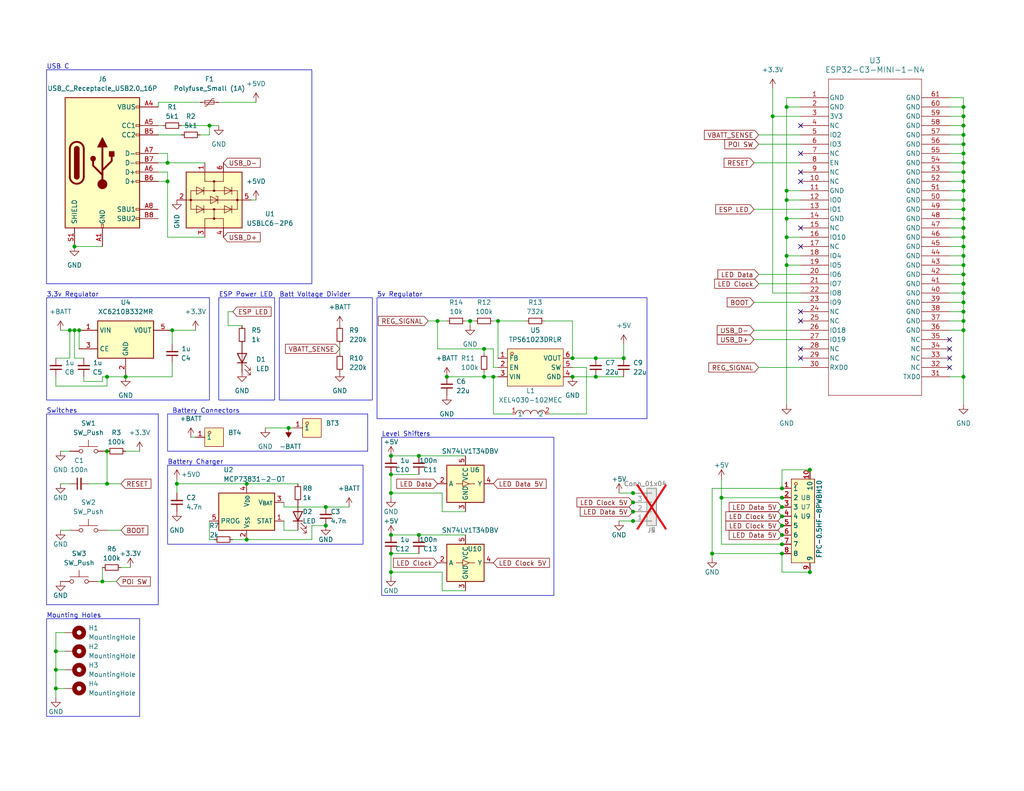
<source format=kicad_sch>
(kicad_sch (version 20230121) (generator eeschema)
  (paper "USLetter")
  (title_block (title "Open Pixel Poi") (company "NuRxG Industries"))
  (junction (at 262.89 49.53))
  (junction (at 214.63 29.21))
  (junction (at 262.89 67.31))
  (junction (at 262.89 72.39))
  (junction (at 262.89 36.83))
  (junction (at 170.18 97.79))
  (junction (at 21.59 90.17))
  (junction (at 213.36 138.43))
  (junction (at 214.63 59.69))
  (junction (at 262.89 34.29))
  (junction (at 156.21 97.79))
  (junction (at 262.89 102.87))
  (junction (at 114.3 146.05))
  (junction (at 262.89 64.77))
  (junction (at 132.08 95.25))
  (junction (at 45.72 49.53))
  (junction (at 29.21 132.08))
  (junction (at 213.36 151.13))
  (junction (at 213.36 140.97))
  (junction (at 46.99 90.17))
  (junction (at 214.63 52.07))
  (junction (at 262.89 62.23))
  (junction (at 262.89 80.01))
  (junction (at 27.94 158.75))
  (junction (at 106.68 129.54))
  (junction (at 156.21 102.87))
  (junction (at 57.15 34.29))
  (junction (at 78.74 116.84))
  (junction (at 20.32 67.31))
  (junction (at 19.05 90.17))
  (junction (at 134.62 102.87))
  (junction (at 262.89 46.99))
  (junction (at 29.21 123.19))
  (junction (at 132.08 102.87))
  (junction (at 262.89 74.93))
  (junction (at 262.89 44.45))
  (junction (at 172.72 134.62))
  (junction (at 262.89 87.63))
  (junction (at 262.89 77.47))
  (junction (at 106.68 156.21))
  (junction (at 220.98 128.27))
  (junction (at 210.82 31.75))
  (junction (at 119.38 87.63))
  (junction (at 128.27 87.63))
  (junction (at 67.31 147.32))
  (junction (at 20.32 90.17))
  (junction (at 214.63 72.39))
  (junction (at 114.3 124.46))
  (junction (at 213.36 133.35))
  (junction (at 106.68 146.05))
  (junction (at 262.89 41.91))
  (junction (at 214.63 69.85))
  (junction (at 194.31 151.13))
  (junction (at 67.31 132.08))
  (junction (at 262.89 39.37))
  (junction (at 262.89 57.15))
  (junction (at 121.92 102.87))
  (junction (at 106.68 124.46))
  (junction (at 172.72 139.7))
  (junction (at 29.21 102.87))
  (junction (at 213.36 148.59))
  (junction (at 48.26 132.08))
  (junction (at 262.89 52.07))
  (junction (at 213.36 146.05))
  (junction (at 262.89 29.21))
  (junction (at 262.89 54.61))
  (junction (at 172.72 137.16))
  (junction (at 106.68 151.13))
  (junction (at 106.68 134.62))
  (junction (at 196.85 135.89))
  (junction (at 162.56 97.79))
  (junction (at 15.24 187.96))
  (junction (at 214.63 64.77))
  (junction (at 15.24 177.8))
  (junction (at 45.72 44.45))
  (junction (at 262.89 82.55))
  (junction (at 213.36 143.51))
  (junction (at 135.89 87.63))
  (junction (at 162.56 102.87))
  (junction (at 88.9 143.51))
  (junction (at 88.9 138.43))
  (junction (at 262.89 90.17))
  (junction (at 34.29 102.87))
  (junction (at 262.89 31.75))
  (junction (at 262.89 85.09))
  (junction (at 172.72 142.24))
  (junction (at 262.89 69.85))
  (junction (at 213.36 135.89))
  (junction (at 220.98 156.21))
  (junction (at 214.63 54.61))
  (junction (at 15.24 182.88))
  (junction (at 262.89 59.69))
  (no_connect (at 259.08 97.79))
  (no_connect (at 218.44 87.63))
  (no_connect (at 218.44 67.31))
  (no_connect (at 218.44 95.25))
  (no_connect (at 218.44 62.23))
  (no_connect (at 218.44 34.29))
  (no_connect (at 218.44 85.09))
  (no_connect (at 218.44 41.91))
  (no_connect (at 259.08 95.25))
  (no_connect (at 259.08 92.71))
  (no_connect (at 259.08 100.33))
  (no_connect (at 218.44 49.53))
  (no_connect (at 218.44 46.99))
  (no_connect (at 218.44 97.79))
  (wire (pts (xy 262.89 34.29) (xy 262.89 31.75)))
  (wire (pts (xy 17.78 182.88) (xy 15.24 182.88)))
  (wire (pts (xy 15.24 187.96) (xy 17.78 187.96)))
  (wire (pts (xy 58.42 147.32) (xy 57.15 147.32)))
  (wire (pts (xy 15.24 177.8) (xy 15.24 182.88)))
  (wire (pts (xy 132.08 102.87) (xy 134.62 102.87)))
  (wire (pts (xy 16.51 123.19) (xy 19.05 123.19)))
  (wire (pts (xy 259.08 82.55) (xy 262.89 82.55)))
  (wire (pts (xy 259.08 62.23) (xy 262.89 62.23)))
  (wire (pts (xy 262.89 29.21) (xy 262.89 26.67)))
  (wire (pts (xy 205.74 44.45) (xy 218.44 44.45)))
  (wire (pts (xy 220.98 156.21) (xy 213.36 156.21)))
  (wire (pts (xy 162.56 102.87) (xy 170.18 102.87)))
  (wire (pts (xy 27.94 67.31) (xy 20.32 67.31)))
  (wire (pts (xy 134.62 87.63) (xy 135.89 87.63)))
  (wire (pts (xy 259.08 57.15) (xy 262.89 57.15)))
  (wire (pts (xy 168.91 134.62) (xy 172.72 134.62)))
  (wire (pts (xy 259.08 87.63) (xy 262.89 87.63)))
  (wire (pts (xy 218.44 52.07) (xy 214.63 52.07)))
  (wire (pts (xy 259.08 46.99) (xy 262.89 46.99)))
  (wire (pts (xy 262.89 54.61) (xy 262.89 52.07)))
  (wire (pts (xy 134.62 102.87) (xy 134.62 113.03)))
  (wire (pts (xy 43.18 41.91) (xy 45.72 41.91)))
  (wire (pts (xy 262.89 44.45) (xy 262.89 41.91)))
  (wire (pts (xy 259.08 72.39) (xy 262.89 72.39)))
  (wire (pts (xy 59.69 34.29) (xy 57.15 34.29)))
  (wire (pts (xy 121.92 102.87) (xy 132.08 102.87)))
  (wire (pts (xy 207.01 77.47) (xy 218.44 77.47)))
  (wire (pts (xy 128.27 87.63) (xy 128.27 88.9)))
  (wire (pts (xy 259.08 41.91) (xy 262.89 41.91)))
  (wire (pts (xy 259.08 52.07) (xy 262.89 52.07)))
  (wire (pts (xy 214.63 29.21) (xy 218.44 29.21)))
  (wire (pts (xy 45.72 44.45) (xy 45.72 41.91)))
  (wire (pts (xy 119.38 87.63) (xy 119.38 95.25)))
  (wire (pts (xy 88.9 138.43) (xy 95.25 138.43)))
  (wire (pts (xy 207.01 100.33) (xy 218.44 100.33)))
  (wire (pts (xy 262.89 62.23) (xy 262.89 59.69)))
  (wire (pts (xy 16.51 90.17) (xy 19.05 90.17)))
  (wire (pts (xy 72.39 116.84) (xy 78.74 116.84)))
  (wire (pts (xy 259.08 49.53) (xy 262.89 49.53)))
  (wire (pts (xy 148.59 87.63) (xy 156.21 87.63)))
  (wire (pts (xy 48.26 134.62) (xy 48.26 132.08)))
  (wire (pts (xy 214.63 69.85) (xy 214.63 64.77)))
  (wire (pts (xy 69.85 27.94) (xy 59.69 27.94)))
  (wire (pts (xy 132.08 102.87) (xy 132.08 101.6)))
  (wire (pts (xy 259.08 77.47) (xy 262.89 77.47)))
  (wire (pts (xy 262.89 74.93) (xy 262.89 72.39)))
  (wire (pts (xy 259.08 59.69) (xy 262.89 59.69)))
  (wire (pts (xy 214.63 54.61) (xy 214.63 52.07)))
  (wire (pts (xy 16.51 144.78) (xy 19.05 144.78)))
  (wire (pts (xy 77.47 138.43) (xy 88.9 138.43)))
  (wire (pts (xy 15.24 172.72) (xy 15.24 177.8)))
  (wire (pts (xy 205.74 57.15) (xy 218.44 57.15)))
  (wire (pts (xy 46.99 93.98) (xy 46.99 90.17)))
  (wire (pts (xy 77.47 138.43) (xy 77.47 137.16)))
  (wire (pts (xy 106.68 129.54) (xy 106.68 134.62)))
  (wire (pts (xy 149.86 113.03) (xy 160.02 113.03)))
  (wire (pts (xy 132.08 95.25) (xy 132.08 96.52)))
  (wire (pts (xy 57.15 36.83) (xy 54.61 36.83)))
  (wire (pts (xy 106.68 129.54) (xy 114.3 129.54)))
  (wire (pts (xy 259.08 90.17) (xy 262.89 90.17)))
  (wire (pts (xy 15.24 105.41) (xy 29.21 105.41)))
  (wire (pts (xy 259.08 31.75) (xy 262.89 31.75)))
  (wire (pts (xy 262.89 52.07) (xy 262.89 49.53)))
  (wire (pts (xy 24.13 132.08) (xy 29.21 132.08)))
  (wire (pts (xy 29.21 132.08) (xy 33.02 132.08)))
  (wire (pts (xy 196.85 135.89) (xy 213.36 135.89)))
  (wire (pts (xy 262.89 80.01) (xy 262.89 77.47)))
  (wire (pts (xy 43.18 29.21) (xy 43.18 27.94)))
  (wire (pts (xy 214.63 54.61) (xy 218.44 54.61)))
  (wire (pts (xy 262.89 77.47) (xy 262.89 74.93)))
  (wire (pts (xy 262.89 39.37) (xy 262.89 36.83)))
  (wire (pts (xy 106.68 156.21) (xy 120.65 156.21)))
  (wire (pts (xy 17.78 177.8) (xy 15.24 177.8)))
  (wire (pts (xy 259.08 67.31) (xy 262.89 67.31)))
  (wire (pts (xy 259.08 102.87) (xy 262.89 102.87)))
  (wire (pts (xy 106.68 151.13) (xy 106.68 156.21)))
  (wire (pts (xy 207.01 36.83) (xy 218.44 36.83)))
  (wire (pts (xy 262.89 26.67) (xy 259.08 26.67)))
  (wire (pts (xy 262.89 90.17) (xy 262.89 102.87)))
  (wire (pts (xy 160.02 113.03) (xy 160.02 100.33)))
  (wire (pts (xy 213.36 156.21) (xy 213.36 151.13)))
  (wire (pts (xy 259.08 85.09) (xy 262.89 85.09)))
  (wire (pts (xy 262.89 87.63) (xy 262.89 85.09)))
  (wire (pts (xy 53.34 90.17) (xy 46.99 90.17)))
  (wire (pts (xy 52.07 119.38) (xy 53.34 119.38)))
  (wire (pts (xy 262.89 85.09) (xy 262.89 82.55)))
  (wire (pts (xy 196.85 148.59) (xy 213.36 148.59)))
  (wire (pts (xy 213.36 151.13) (xy 194.31 151.13)))
  (wire (pts (xy 259.08 69.85) (xy 262.89 69.85)))
  (wire (pts (xy 57.15 34.29) (xy 57.15 36.83)))
  (wire (pts (xy 207.01 74.93) (xy 218.44 74.93)))
  (wire (pts (xy 81.28 144.78) (xy 77.47 144.78)))
  (wire (pts (xy 43.18 27.94) (xy 54.61 27.94)))
  (wire (pts (xy 128.27 87.63) (xy 129.54 87.63)))
  (wire (pts (xy 134.62 95.25) (xy 134.62 100.33)))
  (wire (pts (xy 162.56 97.79) (xy 170.18 97.79)))
  (wire (pts (xy 262.89 41.91) (xy 262.89 39.37)))
  (wire (pts (xy 262.89 46.99) (xy 262.89 44.45)))
  (wire (pts (xy 19.05 90.17) (xy 19.05 97.79)))
  (wire (pts (xy 106.68 151.13) (xy 114.3 151.13)))
  (wire (pts (xy 21.59 90.17) (xy 21.59 95.25)))
  (wire (pts (xy 156.21 87.63) (xy 156.21 97.79)))
  (wire (pts (xy 57.15 142.24) (xy 57.15 147.32)))
  (wire (pts (xy 262.89 64.77) (xy 262.89 62.23)))
  (wire (pts (xy 27.94 154.94) (xy 27.94 158.75)))
  (wire (pts (xy 27.94 158.75) (xy 31.75 158.75)))
  (wire (pts (xy 48.26 130.81) (xy 48.26 132.08)))
  (wire (pts (xy 17.78 172.72) (xy 15.24 172.72)))
  (wire (pts (xy 259.08 44.45) (xy 262.89 44.45)))
  (wire (pts (xy 62.23 85.09) (xy 63.5 85.09)))
  (wire (pts (xy 22.86 104.14) (xy 27.94 104.14)))
  (wire (pts (xy 92.71 93.98) (xy 92.71 96.52)))
  (wire (pts (xy 214.63 72.39) (xy 214.63 69.85)))
  (wire (pts (xy 15.24 182.88) (xy 15.24 187.96)))
  (wire (pts (xy 66.04 88.9) (xy 62.23 88.9)))
  (wire (pts (xy 214.63 69.85) (xy 218.44 69.85)))
  (wire (pts (xy 43.18 46.99) (xy 45.72 46.99)))
  (wire (pts (xy 127 139.7) (xy 120.65 139.7)))
  (wire (pts (xy 106.68 146.05) (xy 114.3 146.05)))
  (wire (pts (xy 43.18 44.45) (xy 45.72 44.45)))
  (wire (pts (xy 205.74 90.17) (xy 218.44 90.17)))
  (wire (pts (xy 214.63 64.77) (xy 214.63 59.69)))
  (wire (pts (xy 259.08 54.61) (xy 262.89 54.61)))
  (wire (pts (xy 63.5 147.32) (xy 67.31 147.32)))
  (wire (pts (xy 33.02 144.78) (xy 29.21 144.78)))
  (wire (pts (xy 134.62 100.33) (xy 135.89 100.33)))
  (wire (pts (xy 135.89 87.63) (xy 143.51 87.63)))
  (wire (pts (xy 120.65 139.7) (xy 120.65 134.62)))
  (wire (pts (xy 262.89 31.75) (xy 262.89 29.21)))
  (wire (pts (xy 43.18 34.29) (xy 44.45 34.29)))
  (wire (pts (xy 16.51 132.08) (xy 19.05 132.08)))
  (wire (pts (xy 156.21 97.79) (xy 162.56 97.79)))
  (wire (pts (xy 120.65 161.29) (xy 120.65 156.21)))
  (wire (pts (xy 259.08 64.77) (xy 262.89 64.77)))
  (wire (pts (xy 106.68 134.62) (xy 120.65 134.62)))
  (wire (pts (xy 214.63 52.07) (xy 214.63 29.21)))
  (wire (pts (xy 262.89 67.31) (xy 262.89 64.77)))
  (wire (pts (xy 134.62 102.87) (xy 135.89 102.87)))
  (wire (pts (xy 119.38 95.25) (xy 132.08 95.25)))
  (wire (pts (xy 214.63 26.67) (xy 214.63 29.21)))
  (wire (pts (xy 114.3 146.05) (xy 127 146.05)))
  (wire (pts (xy 69.85 54.61) (xy 68.58 54.61)))
  (wire (pts (xy 85.09 143.51) (xy 88.9 143.51)))
  (wire (pts (xy 262.89 57.15) (xy 262.89 54.61)))
  (wire (pts (xy 78.74 116.84) (xy 80.01 116.84)))
  (wire (pts (xy 259.08 39.37) (xy 262.89 39.37)))
  (wire (pts (xy 15.24 102.87) (xy 15.24 105.41)))
  (wire (pts (xy 262.89 82.55) (xy 262.89 80.01)))
  (wire (pts (xy 33.02 154.94) (xy 35.56 154.94)))
  (wire (pts (xy 214.63 72.39) (xy 218.44 72.39)))
  (wire (pts (xy 62.23 88.9) (xy 62.23 85.09)))
  (wire (pts (xy 29.21 123.19) (xy 29.21 132.08)))
  (wire (pts (xy 162.56 102.87) (xy 156.21 102.87)))
  (wire (pts (xy 67.31 132.08) (xy 81.28 132.08)))
  (wire (pts (xy 196.85 135.89) (xy 196.85 148.59)))
  (wire (pts (xy 259.08 80.01) (xy 262.89 80.01)))
  (wire (pts (xy 194.31 151.13) (xy 194.31 152.4)))
  (wire (pts (xy 19.05 90.17) (xy 20.32 90.17)))
  (wire (pts (xy 262.89 36.83) (xy 262.89 34.29)))
  (wire (pts (xy 106.68 124.46) (xy 114.3 124.46)))
  (wire (pts (xy 196.85 130.81) (xy 196.85 135.89)))
  (wire (pts (xy 43.18 36.83) (xy 49.53 36.83)))
  (wire (pts (xy 259.08 29.21) (xy 262.89 29.21)))
  (wire (pts (xy 26.67 158.75) (xy 27.94 158.75)))
  (wire (pts (xy 29.21 105.41) (xy 29.21 102.87)))
  (wire (pts (xy 20.32 90.17) (xy 21.59 90.17)))
  (wire (pts (xy 210.82 24.13) (xy 210.82 31.75)))
  (wire (pts (xy 85.09 147.32) (xy 85.09 143.51)))
  (wire (pts (xy 207.01 39.37) (xy 218.44 39.37)))
  (wire (pts (xy 45.72 49.53) (xy 45.72 64.77)))
  (wire (pts (xy 214.63 64.77) (xy 218.44 64.77)))
  (wire (pts (xy 119.38 87.63) (xy 121.92 87.63)))
  (wire (pts (xy 46.99 102.87) (xy 34.29 102.87)))
  (wire (pts (xy 262.89 72.39) (xy 262.89 69.85)))
  (wire (pts (xy 67.31 147.32) (xy 85.09 147.32)))
  (wire (pts (xy 15.24 190.5) (xy 15.24 187.96)))
  (wire (pts (xy 49.53 34.29) (xy 57.15 34.29)))
  (wire (pts (xy 218.44 80.01) (xy 210.82 80.01)))
  (wire (pts (xy 218.44 26.67) (xy 214.63 26.67)))
  (wire (pts (xy 27.94 104.14) (xy 27.94 102.87)))
  (wire (pts (xy 210.82 80.01) (xy 210.82 31.75)))
  (wire (pts (xy 220.98 128.27) (xy 213.36 128.27)))
  (wire (pts (xy 45.72 49.53) (xy 45.72 46.99)))
  (wire (pts (xy 46.99 99.06) (xy 46.99 102.87)))
  (wire (pts (xy 168.91 142.24) (xy 172.72 142.24)))
  (wire (pts (xy 214.63 54.61) (xy 214.63 59.69)))
  (wire (pts (xy 106.68 156.21) (xy 106.68 157.48)))
  (wire (pts (xy 170.18 93.98) (xy 170.18 97.79)))
  (wire (pts (xy 160.02 100.33) (xy 156.21 100.33)))
  (wire (pts (xy 43.18 49.53) (xy 45.72 49.53)))
  (wire (pts (xy 45.72 64.77) (xy 55.88 64.77)))
  (wire (pts (xy 116.84 87.63) (xy 119.38 87.63)))
  (wire (pts (xy 214.63 72.39) (xy 214.63 110.49)))
  (wire (pts (xy 262.89 69.85) (xy 262.89 67.31)))
  (wire (pts (xy 259.08 36.83) (xy 262.89 36.83)))
  (wire (pts (xy 205.74 92.71) (xy 218.44 92.71)))
  (wire (pts (xy 210.82 31.75) (xy 218.44 31.75)))
  (wire (pts (xy 127 87.63) (xy 128.27 87.63)))
  (wire (pts (xy 127 161.29) (xy 120.65 161.29)))
  (wire (pts (xy 48.26 132.08) (xy 67.31 132.08)))
  (wire (pts (xy 262.89 49.53) (xy 262.89 46.99)))
  (wire (pts (xy 22.86 97.79) (xy 20.32 97.79)))
  (wire (pts (xy 77.47 142.24) (xy 77.47 144.78)))
  (wire (pts (xy 218.44 59.69) (xy 214.63 59.69)))
  (wire (pts (xy 205.74 82.55) (xy 218.44 82.55)))
  (wire (pts (xy 27.94 102.87) (xy 29.21 102.87)))
  (wire (pts (xy 213.36 128.27) (xy 213.36 133.35)))
  (wire (pts (xy 259.08 34.29) (xy 262.89 34.29)))
  (wire (pts (xy 135.89 87.63) (xy 135.89 97.79)))
  (wire (pts (xy 262.89 59.69) (xy 262.89 57.15)))
  (wire (pts (xy 213.36 133.35) (xy 194.31 133.35)))
  (wire (pts (xy 194.31 133.35) (xy 194.31 151.13)))
  (wire (pts (xy 38.1 123.19) (xy 34.29 123.19)))
  (wire (pts (xy 106.68 134.62) (xy 106.68 135.89)))
  (wire (pts (xy 15.24 97.79) (xy 19.05 97.79)))
  (wire (pts (xy 139.7 113.03) (xy 134.62 113.03)))
  (wire (pts (xy 132.08 95.25) (xy 134.62 95.25)))
  (wire (pts (xy 259.08 74.93) (xy 262.89 74.93)))
  (wire (pts (xy 29.21 102.87) (xy 34.29 102.87)))
  (wire (pts (xy 114.3 124.46) (xy 127 124.46)))
  (wire (pts (xy 20.32 97.79) (xy 20.32 90.17)))
  (wire (pts (xy 262.89 102.87) (xy 262.89 110.49)))
  (wire (pts (xy 45.72 44.45) (xy 55.88 44.45)))
  (wire (pts (xy 22.86 102.87) (xy 22.86 104.14)))
  (wire (pts (xy 262.89 90.17) (xy 262.89 87.63)))
  (rectangle (start 45.72 113.03) (end 100.33 123.19))
  (rectangle (start 104.14 119.38) (end 151.13 162.56))
  (rectangle (start 102.87 81.28) (end 176.53 114.3))
  (rectangle (start 76.2 81.28) (end 101.6 109.22))
  (rectangle (start 12.7 19.05) (end 85.09 77.47))
  (rectangle (start 12.7 168.91) (end 38.1 195.58))
  (rectangle (start 12.7 113.03) (end 43.18 165.1))
  (rectangle (start 45.72 127) (end 99.06 148.59))
  (rectangle (start 59.69 81.28) (end 74.93 109.22))
  (rectangle (start 12.7 81.28) (end 57.15 109.22))
  (text "Battery Connectors" (at 46.99 113.03 0) (effects (font (size 1.27 1.27)) (justify left bottom)))
  (text "Batt Voltage Divider" (at 76.2 81.28 0) (effects (font (size 1.27 1.27)) (justify left bottom)))
  (text "Mounting Holes" (at 12.7 168.91 0) (effects (font (size 1.27 1.27)) (justify left bottom)))
  (text "Level Shifters" (at 104.14 119.38 0) (effects (font (size 1.27 1.27)) (justify left bottom)))
  (text "USB C" (at 12.7 19.05 0) (effects (font (size 1.27 1.27)) (justify left bottom)))
  (text "5v Regulator" (at 102.87 81.28 0) (effects (font (size 1.27 1.27)) (justify left bottom)))
  (text "3.3v Regulator" (at 12.7 81.28 0) (effects (font (size 1.27 1.27)) (justify left bottom)))
  (text "ESP Power LED" (at 59.69 81.28 0) (effects (font (size 1.27 1.27)) (justify left bottom)))
  (text "Switches" (at 12.7 113.03 0) (effects (font (size 1.27 1.27)) (justify left bottom)))
  (text "Battery Charger" (at 45.72 127 0) (effects (font (size 1.27 1.27)) (justify left bottom)))
  (global_label "LED Clock" (shape input) (at 119.38 153.67 180) (property "Intersheetrefs" "${INTERSHEET_REFS}" (effects hide)))
  (global_label "LED Clock" (shape input) (at 207.01 77.47 180) (property "Intersheetrefs" "${INTERSHEET_REFS}" (effects hide)))
  (global_label "BOOT" (shape input) (at 33.02 144.78 0) (property "Intersheetrefs" "${INTERSHEET_REFS}" (effects hide)))
  (global_label "LED Data 5V" (shape input) (at 213.36 146.05 180) (property "Intersheetrefs" "${INTERSHEET_REFS}" (effects hide)))
  (global_label "LED Data 5V" (shape input) (at 134.62 132.08 0) (property "Intersheetrefs" "${INTERSHEET_REFS}" (effects hide)))
  (global_label "ESP LED" (shape input) (at 205.74 57.15 180) (property "Intersheetrefs" "${INTERSHEET_REFS}" (effects hide)))
  (global_label "RESET" (shape input) (at 33.02 132.08 0) (property "Intersheetrefs" "${INTERSHEET_REFS}" (effects hide)))
  (global_label "USB_D-" (shape input) (at 60.96 44.45 0) (property "Intersheetrefs" "${INTERSHEET_REFS}" (effects hide)))
  (global_label "LED Data 5V" (shape input) (at 213.36 138.43 180) (property "Intersheetrefs" "${INTERSHEET_REFS}" (effects hide)))
  (global_label "LED Data 5V" (shape input) (at 172.72 139.7 180) (property "Intersheetrefs" "${INTERSHEET_REFS}" (effects hide)))
  (global_label "ESP LED" (shape input) (at 63.5 85.09 0) (property "Intersheetrefs" "${INTERSHEET_REFS}" (effects hide)))
  (global_label "VBATT_SENSE" (shape input) (at 207.01 36.83 180) (property "Intersheetrefs" "${INTERSHEET_REFS}" (effects hide)))
  (global_label "USB_D+" (shape input) (at 205.74 92.71 180) (property "Intersheetrefs" "${INTERSHEET_REFS}" (effects hide)))
  (global_label "LED Clock 5V" (shape input) (at 213.36 140.97 180) (property "Intersheetrefs" "${INTERSHEET_REFS}" (effects hide)))
  (global_label "BOOT" (shape input) (at 205.74 82.55 180) (property "Intersheetrefs" "${INTERSHEET_REFS}" (effects hide)))
  (global_label "RESET" (shape input) (at 205.74 44.45 180) (property "Intersheetrefs" "${INTERSHEET_REFS}" (effects hide)))
  (global_label "REG_SIGNAL" (shape input) (at 116.84 87.63 180) (property "Intersheetrefs" "${INTERSHEET_REFS}" (effects hide)))
  (global_label "LED Data" (shape input) (at 207.01 74.93 180) (property "Intersheetrefs" "${INTERSHEET_REFS}" (effects hide)))
  (global_label "REG_SIGNAL" (shape input) (at 207.01 100.33 180) (property "Intersheetrefs" "${INTERSHEET_REFS}" (effects hide)))
  (global_label "LED Clock 5V" (shape input) (at 172.72 137.16 180) (property "Intersheetrefs" "${INTERSHEET_REFS}" (effects hide)))
  (global_label "LED Data" (shape input) (at 119.38 132.08 180) (property "Intersheetrefs" "${INTERSHEET_REFS}" (effects hide)))
  (global_label "POI SW" (shape input) (at 31.75 158.75 0) (property "Intersheetrefs" "${INTERSHEET_REFS}" (effects hide)))
  (global_label "LED Clock 5V" (shape input) (at 213.36 143.51 180) (property "Intersheetrefs" "${INTERSHEET_REFS}" (effects hide)))
  (global_label "VBATT_SENSE" (shape input) (at 92.71 95.25 180) (property "Intersheetrefs" "${INTERSHEET_REFS}" (effects hide)))
  (global_label "POI SW" (shape input) (at 207.01 39.37 180) (property "Intersheetrefs" "${INTERSHEET_REFS}" (effects hide)))
  (global_label "USB_D+" (shape input) (at 60.96 64.77 0) (property "Intersheetrefs" "${INTERSHEET_REFS}" (effects hide)))
  (global_label "LED Clock 5V" (shape input) (at 134.62 153.67 0) (property "Intersheetrefs" "${INTERSHEET_REFS}" (effects hide)))
  (global_label "USB_D-" (shape input) (at 205.74 90.17 180) (property "Intersheetrefs" "${INTERSHEET_REFS}" (effects hide)))
  (symbol (lib_id "power:GND") (at 128.27 88.9 0) (unit 1)
    (property "Reference" "#PWR033" (effects hide))
    (property "Value" "GND" (at 128.27 93.98 0))
  )
  (symbol (lib_id "power:GND") (at 121.92 107.95 0) (unit 1)
    (property "Reference" "#PWR019" (effects hide))
    (property "Value" "GND" (at 121.92 113.03 0))
  )
  (symbol (lib_id "2024-07-29_21-44-56:ESP32-C3-MINI-1-N4") (at 218.44 26.67 0) (unit 1)
    (property "Reference" "U3" (at 238.76 16.51 0) (effects (font (size 1.524 1.524))))
    (property "Value" "ESP32-C3-MINI-1-N4" (at 238.76 19.05 0) (effects (font (size 1.524 1.524))))
    (property "Footprint" "footprints:ESP32-C3-MINI-1_EXP" (effects hide))
    (property "Datasheet" "ESP32-C3-MINI-1-N4" (effects hide))
    (property "LCSC" "C2934569" (effects hide))
  )
  (symbol (lib_id "Device:LED") (at 81.28 140.97 90) (unit 1)
    (property "Reference" "D2" (at 82.55 139.7 90) (effects (justify right)))
    (property "Value" "LED" (at 82.55 142.24 90) (effects (justify right)))
    (property "Footprint" "LED_SMD:LED_0603_1608Metric" (effects hide))
    (property "LCSC" "C965807" (effects hide))
  )
  (symbol (lib_id "power:GND") (at 48.26 139.7 0) (unit 1)
    (property "Reference" "#PWR025" (effects hide))
    (property "Value" "GND" (at 48.26 144.78 0))
  )
  (symbol (lib_id "Device:LED") (at 66.04 97.79 90) (unit 1)
    (property "Reference" "D1" (at 69.85 98.1075 90) (effects (justify right)))
    (property "Value" "LED" (at 69.85 100.6475 90) (effects (justify right)))
    (property "Footprint" "LED_SMD:LED_0603_1608Metric" (effects hide))
    (property "LCSC" "C965807" (effects hide))
  )
  (symbol (lib_id "Mechanical:MountingHole_Pad") (at 20.32 177.8 270) (unit 1) (in_bom no)
    (property "Reference" "H2" (at 24.13 176.53 90) (effects (justify left)))
    (property "Value" "MountingHole" (at 24.13 179.07 90) (effects (justify left)))
    (property "Footprint" "MountingHole:MountingHole_3.2mm_M3_Pad" (effects hide))
  )
  (symbol (lib_id "Connector_Generic:Conn_01x04") (at 177.8 139.7 0) (mirror x) (unit 1) (in_bom no) (dnp yes)
    (property "Reference" "J7" (at 176.53 144.78 0) (effects (justify left)))
    (property "Value" "Conn_01x04" (at 170.18 132.08 0) (effects (justify left)))
    (property "Footprint" "Connector_PinHeader_2.00mm:PinHeader_1x04_P2.00mm_Vertical" (effects hide))
  )
  (symbol (lib_id "Device:R_Small") (at 92.71 99.06 180) (unit 1)
    (property "Reference" "R10" (at 95.25 97.79 0) (effects (justify right)))
    (property "Value" "220k" (at 95.25 100.33 0) (effects (justify right)))
    (property "Footprint" "Resistor_SMD:R_0603_1608Metric" (effects hide))
    (property "LCSC" "C22961" (effects hide))
  )
  (symbol (lib_id "Device:C_Small") (at 106.68 127 180) (unit 1)
    (property "Reference" "C10" (at 111.76 128.27 0) (effects (justify left)))
    (property "Value" "1u" (at 111.76 125.73 0) (effects (justify left)))
    (property "Footprint" "Capacitor_SMD:C_0805_2012Metric" (effects hide))
    (property "LCSC" "C28323" (effects hide))
  )
  (symbol (lib_id "Device:C_Small") (at 114.3 127 180) (unit 1)
    (property "Reference" "C11" (at 119.38 128.27 0) (effects (justify left)))
    (property "Value" "100n" (at 119.38 125.73 0) (effects (justify left)))
    (property "Footprint" "Capacitor_SMD:C_0805_2012Metric" (effects hide))
    (property "LCSC" "C83055" (effects hide))
  )
  (symbol (lib_id "power:+BATT") (at 52.07 119.38 0) (unit 1)
    (property "Reference" "#PWR015" (effects hide))
    (property "Value" "+BATT" (at 52.07 114.3 0))
  )
  (symbol (lib_id "power:+5VD") (at 69.85 54.61 0) (unit 1)
    (property "Reference" "#PWR07" (effects hide))
    (property "Value" "+5VD" (at 69.85 49.53 0))
  )
  (symbol (lib_id "power:GND") (at 16.51 158.75 0) (unit 1)
    (property "Reference" "#PWR051" (effects hide))
    (property "Value" "GND" (at 16.51 162.56 0))
  )
  (symbol (lib_id "power:+5VD") (at 69.85 27.94 0) (unit 1)
    (property "Reference" "#PWR06" (effects hide))
    (property "Value" "+5VD" (at 69.85 22.86 0))
  )
  (symbol (lib_id "easyeda2kicad:XEL4030-102MEC") (at 144.78 113.03 0) (unit 1)
    (property "Reference" "L1" (at 144.78 106.68 0))
    (property "Value" "XEL4030-102MEC" (at 144.78 109.22 0))
    (property "Footprint" "easyeda2kicad:IND-SMD_L4.0-W4.0-A" (effects hide))
    (property "Datasheet" "Backup part # C19188671" (effects hide))
    (property "LCSC Part" "C5441341" (effects hide))
    (property "LCSC" "C5441341" (effects hide))
  )
  (symbol (lib_id "Device:R_Small") (at 46.99 34.29 90) (unit 1)
    (property "Reference" "R1" (at 46.99 29.21 90))
    (property "Value" "5k1" (at 46.99 31.75 90))
    (property "Footprint" "Resistor_SMD:R_0603_1608Metric" (effects hide))
    (property "LCSC" "C14677" (effects hide))
  )
  (symbol (lib_id "Device:R_Small") (at 60.96 147.32 90) (unit 1)
    (property "Reference" "R7" (at 58.42 143.51 90))
    (property "Value" "2k" (at 58.42 146.05 90))
    (property "Footprint" "Resistor_SMD:R_0603_1608Metric" (effects hide))
    (property "LCSC" "C22975" (effects hide))
  )
  (symbol (lib_id "Device:C_Small") (at 106.68 148.59 180) (unit 1)
    (property "Reference" "C12" (at 111.76 149.86 0) (effects (justify left)))
    (property "Value" "1u" (at 111.76 147.32 0) (effects (justify left)))
    (property "Footprint" "Capacitor_SMD:C_0805_2012Metric" (effects hide))
    (property "LCSC" "C28323" (effects hide))
  )
  (symbol (lib_id "power:+BATT") (at 92.71 88.9 0) (unit 1)
    (property "Reference" "#PWR016" (effects hide))
    (property "Value" "+BATT" (at 92.71 83.82 0))
  )
  (symbol (lib_id "power:GND") (at 16.51 132.08 0) (unit 1)
    (property "Reference" "#PWR048" (effects hide))
    (property "Value" "GND" (at 16.51 135.89 0))
  )
  (symbol (lib_id "power:GND") (at 92.71 101.6 0) (unit 1)
    (property "Reference" "#PWR017" (effects hide))
    (property "Value" "GND" (at 92.71 106.68 0))
  )
  (symbol (lib_id "Device:R_Small") (at 52.07 36.83 90) (unit 1)
    (property "Reference" "R2" (at 52.07 31.75 90))
    (property "Value" "5k1" (at 52.07 34.29 90))
    (property "Footprint" "Resistor_SMD:R_0603_1608Metric" (effects hide))
    (property "LCSC" "C14677" (effects hide))
  )
  (symbol (lib_id "Device:C_Small") (at 170.18 100.33 180) (unit 1)
    (property "Reference" "C9" (at 172.72 99.06 0) (effects (justify right)))
    (property "Value" "22u" (at 172.72 101.6 0) (effects (justify right)))
    (property "Footprint" "Capacitor_SMD:C_0805_2012Metric" (effects hide))
    (property "LCSC" "C45783" (effects hide))
  )
  (symbol (lib_id "easyeda2kicad:FPC-0.5HF-8PWBH10") (at 217.17 142.24 0) (unit 1)
    (property "Reference" "U8" (at 218.44 135.89 0) (effects (justify left)))
    (property "Value" "FPC-0.5HF-8PWBH10" (at 223.52 152.4 90) (effects (justify left)))
    (property "Footprint" "easyeda2kicad:FPC-SMD_8P-P0.50_XUNPU_FPC-0.5HF-8PWBH10" (effects hide))
    (property "Datasheet" "Backup part # C5213749" (effects hide))
    (property "LCSC Part" "C5343275" (effects hide))
    (property "LCSC" "C5343275" (effects hide))
  )
  (symbol (lib_id "Mechanical:MountingHole_Pad") (at 20.32 187.96 270) (unit 1) (in_bom no)
    (property "Reference" "H4" (at 24.13 186.69 90) (effects (justify left)))
    (property "Value" "MountingHole" (at 24.13 189.23 90) (effects (justify left)))
    (property "Footprint" "MountingHole:MountingHole_3.2mm_M3_Pad" (effects hide))
  )
  (symbol (lib_id "power:GND") (at 262.89 110.49 0) (unit 1)
    (property "Reference" "#PWR010" (effects hide))
    (property "Value" "GND" (at 262.89 115.57 0))
  )
  (symbol (lib_id "Mechanical:MountingHole_Pad") (at 20.32 172.72 270) (unit 1) (in_bom no)
    (property "Reference" "H1" (at 24.13 171.45 90) (effects (justify left)))
    (property "Value" "MountingHole" (at 24.13 173.99 90) (effects (justify left)))
    (property "Footprint" "MountingHole:MountingHole_3.2mm_M3_Pad" (effects hide))
  )
  (symbol (lib_id "Device:R_Small") (at 146.05 87.63 90) (unit 1)
    (property "Reference" "R13" (at 146.05 82.55 90))
    (property "Value" "732k" (at 146.05 85.09 90))
    (property "Footprint" "Resistor_SMD:R_0603_1608Metric" (effects hide))
    (property "LCSC" "C246003" (effects hide))
  )
  (symbol (lib_id "power:+5VD") (at 48.26 130.81 0) (unit 1)
    (property "Reference" "#PWR08" (effects hide))
    (property "Value" "+5VD" (at 52.07 129.54 0))
  )
  (symbol (lib_id "power:+BATT") (at 121.92 102.87 0) (unit 1)
    (property "Reference" "#PWR018" (effects hide))
    (property "Value" "+BATT" (at 121.92 97.79 0))
  )
  (symbol (lib_id "Device:R_Small") (at 66.04 91.44 180) (unit 1)
    (property "Reference" "R5" (at 68.58 90.17 0) (effects (justify right)))
    (property "Value" "1k" (at 68.58 92.71 0) (effects (justify right)))
    (property "Footprint" "Resistor_SMD:R_0603_1608Metric" (effects hide))
    (property "LCSC" "C22548" (effects hide))
  )
  (symbol (lib_id "power:-BATT") (at 78.74 116.84 180) (unit 1)
    (property "Reference" "#PWR023" (effects hide))
    (property "Value" "-BATT" (at 76.2 121.92 0) (effects (justify right)))
  )
  (symbol (lib_id "Device:C_Small") (at 114.3 148.59 180) (unit 1)
    (property "Reference" "C13" (at 119.38 149.86 0) (effects (justify left)))
    (property "Value" "100n" (at 119.38 147.32 0) (effects (justify left)))
    (property "Footprint" "Capacitor_SMD:C_0805_2012Metric" (effects hide))
    (property "LCSC" "C83055" (effects hide))
  )
  (symbol (lib_id "power:+5V") (at 170.18 93.98 0) (unit 1)
    (property "Reference" "#PWR032" (effects hide))
    (property "Value" "+5V" (at 170.18 88.9 0))
  )
  (symbol (lib_id "Device:C_Small") (at 121.92 105.41 180) (unit 1)
    (property "Reference" "C6" (at 124.46 104.14 0) (effects (justify right)))
    (property "Value" "22u" (at 124.46 106.68 0) (effects (justify right)))
    (property "Footprint" "Capacitor_SMD:C_0805_2012Metric" (effects hide))
    (property "LCSC" "C45783" (effects hide))
  )
  (symbol (lib_id "Switch:SW_Push") (at 24.13 144.78 0) (unit 1)
    (property "Reference" "SW2" (at 24.13 137.16 0))
    (property "Value" "SW_Push" (at 24.13 139.7 0))
    (property "Footprint" "Button_Switch_SMD:SW_SPST_B3U-1000P" (effects hide))
    (property "LCSC" "C231329" (effects hide))
  )
  (symbol (lib_id "Device:R_Small") (at 30.48 154.94 90) (unit 1)
    (property "Reference" "R6" (at 30.48 149.86 90))
    (property "Value" "100k" (at 30.48 152.4 90))
    (property "Footprint" "Resistor_SMD:R_0603_1608Metric" (effects hide))
    (property "LCSC" "C14675" (effects hide))
  )
  (symbol (lib_id "power:GND") (at 214.63 110.49 0) (unit 1)
    (property "Reference" "#PWR03" (effects hide))
    (property "Value" "GND" (at 214.63 115.57 0))
  )
  (symbol (lib_id "Device:C_Small") (at 88.9 140.97 180) (unit 1)
    (property "Reference" "C3" (at 90.17 139.7 0) (effects (justify right)))
    (property "Value" "4.7n" (at 90.17 142.2336 0) (effects (justify right)))
    (property "Footprint" "Capacitor_SMD:C_0805_2012Metric" (effects hide))
    (property "LCSC" "C123621" (effects hide))
  )
  (symbol (lib_id "power:GND") (at 15.24 190.5 0) (unit 1)
    (property "Reference" "#PWR034" (effects hide))
    (property "Value" "GND" (at 15.24 194.31 0))
  )
  (symbol (lib_id "Connector_Generic:Conn_01x04") (at 177.8 139.7 0) (mirror x) (unit 1) (in_bom no) (dnp yes)
    (property "Reference" "J5" (at 176.53 144.78 0) (effects (justify left)))
    (property "Value" "Conn_01x04" (at 170.18 132.08 0) (effects (justify left)))
    (property "Footprint" "Connector_PinHeader_2.00mm:PinHeader_1x04_P2.00mm_Vertical" (effects hide))
  )
  (symbol (lib_id "Device:Polyfuse_Small") (at 57.15 27.94 90) (unit 1)
    (property "Reference" "F1" (at 57.15 21.59 90))
    (property "Value" "Polyfuse_Small (1A)" (at 57.15 24.13 90))
    (property "Footprint" "Fuse:Fuse_1206_3216Metric" (effects hide))
    (property "LCSC" "C720075" (effects hide))
  )
  (symbol (lib_id "Logic_LevelTranslator:SN74LV1T34DBV") (at 127 153.67 0) (unit 1)
    (property "Reference" "U10" (at 129.54 149.86 0))
    (property "Value" "SN74LV1T34DBV" (at 128.27 144.78 0))
    (property "Footprint" "Package_TO_SOT_SMD:SOT-23-5" (effects hide))
    (property "Datasheet" "https://www.ti.com/lit/ds/symlink/sn74lv1t34.pdf" (effects hide))
    (property "LCSC" "C100024" (effects hide))
  )
  (symbol (lib_id "power:+5V") (at 196.85 130.81 0) (unit 1)
    (property "Reference" "#PWR014" (effects hide))
    (property "Value" "+5V" (at 196.85 127 0))
  )
  (symbol (lib_id "power:GND") (at 88.9 143.51 0) (unit 1)
    (property "Reference" "#PWR026" (effects hide))
    (property "Value" "GND" (at 88.9 147.32 0))
  )
  (symbol (lib_id "Device:C_Small") (at 46.99 96.52 180) (unit 1)
    (property "Reference" "C4" (at 52.07 97.79 0) (effects (justify left)))
    (property "Value" "1u" (at 52.07 95.25 0) (effects (justify left)))
    (property "Footprint" "Capacitor_SMD:C_0805_2012Metric" (effects hide))
    (property "LCSC" "C28323" (effects hide))
  )
  (symbol (lib_id "power:GND") (at 106.68 157.48 0) (unit 1)
    (property "Reference" "#PWR035" (effects hide))
    (property "Value" "GND" (at 106.68 161.29 0))
  )
  (symbol (lib_id "power:GND") (at 66.04 101.6 0) (unit 1)
    (property "Reference" "#PWR022" (effects hide))
    (property "Value" "GND" (at 66.04 106.68 0))
  )
  (symbol (lib_id "Device:R_Small") (at 132.08 99.06 180) (unit 1)
    (property "Reference" "R11" (at 125.73 97.79 0) (effects (justify right)))
    (property "Value" "100k" (at 125.73 100.33 0) (effects (justify right)))
    (property "Footprint" "Resistor_SMD:R_0603_1608Metric" (effects hide))
    (property "LCSC" "C14675" (effects hide))
  )
  (symbol (lib_id "Battery_Management:MCP73831-2-OT") (at 67.31 139.7 0) (unit 1)
    (property "Reference" "U2" (at 60.96 128.27 0) (effects (justify left)))
    (property "Value" "MCP73831-2-OT" (at 60.96 130.81 0) (effects (justify left)))
    (property "Footprint" "Package_TO_SOT_SMD:SOT-23-5" (effects hide))
    (property "Datasheet" "http://ww1.microchip.com/downloads/en/DeviceDoc/20001984g.pdf" (effects hide))
    (property "LCSC" "C424093" (effects hide))
  )
  (symbol (lib_id "power:GND") (at 16.51 144.78 0) (unit 1)
    (property "Reference" "#PWR050" (effects hide))
    (property "Value" "GND" (at 16.51 148.59 0))
  )
  (symbol (lib_id "power:GND") (at 106.68 135.89 0) (unit 1)
    (property "Reference" "#PWR013" (effects hide))
    (property "Value" "GND" (at 106.68 139.7 0))
  )
  (symbol (lib_id "power:+3.3V") (at 210.82 24.13 0) (unit 1)
    (property "Reference" "#PWR09" (effects hide))
    (property "Value" "+3.3V" (at 210.82 19.05 0))
  )
  (symbol (lib_id "Device:C_Small") (at 48.26 137.16 180) (unit 1)
    (property "Reference" "C2" (at 50.8 135.8836 0) (effects (justify right)))
    (property "Value" "4.7n" (at 50.8 138.4236 0) (effects (justify right)))
    (property "Footprint" "Capacitor_SMD:C_0805_2012Metric" (effects hide))
    (property "LCSC" "C123621" (effects hide))
  )
  (symbol (lib_id "Device:C_Small") (at 21.59 132.08 90) (unit 1)
    (property "Reference" "C1" (at 21.5963 125.73 90))
    (property "Value" "100n" (at 21.5963 128.27 90))
    (property "Footprint" "Capacitor_SMD:C_0805_2012Metric" (effects hide))
    (property "LCSC" "C83055" (effects hide))
  )
  (symbol (lib_id "Device:R_Small") (at 92.71 91.44 180) (unit 1)
    (property "Reference" "R9" (at 95.25 90.17 0) (effects (justify right)))
    (property "Value" "220k" (at 95.25 92.71 0) (effects (justify right)))
    (property "Footprint" "Resistor_SMD:R_0603_1608Metric" (effects hide))
    (property "LCSC" "C22961" (effects hide))
  )
  (symbol (lib_id "Device:R_Small") (at 124.46 87.63 90) (unit 1)
    (property "Reference" "R14" (at 124.46 82.55 90))
    (property "Value" "10k" (at 124.46 85.09 90))
    (property "Footprint" "Resistor_SMD:R_0603_1608Metric" (effects hide))
    (property "LCSC" "C98220" (effects hide))
  )
  (symbol (lib_id "Device:R_Small") (at 31.75 123.19 90) (unit 1)
    (property "Reference" "R3" (at 31.75 118.11 90))
    (property "Value" "100k" (at 31.75 120.65 90))
    (property "Footprint" "Resistor_SMD:R_0603_1608Metric" (effects hide))
    (property "LCSC" "C14675" (effects hide))
  )
  (symbol (lib_id "Device:C_Small") (at 22.86 100.33 180) (unit 1)
    (property "Reference" "C5" (at 27.94 101.6 0) (effects (justify left)))
    (property "Value" "1u" (at 27.94 99.06 0) (effects (justify left)))
    (property "Footprint" "Capacitor_SMD:C_0805_2012Metric" (effects hide))
    (property "LCSC" "C28323" (effects hide))
  )
  (symbol (lib_id "power:+3.3V") (at 38.1 123.19 0) (unit 1)
    (property "Reference" "#PWR049" (effects hide))
    (property "Value" "+3.3V" (at 38.1 118.11 0))
  )
  (symbol (lib_id "power:+3.3V") (at 53.34 90.17 0) (unit 1)
    (property "Reference" "#PWR030" (effects hide))
    (property "Value" "+3.3V" (at 53.34 85.09 0))
  )
  (symbol (lib_id "power:GND") (at 34.29 102.87 0) (unit 1)
    (property "Reference" "#PWR031" (effects hide))
    (property "Value" "GND" (at 34.29 107.95 0))
  )
  (symbol (lib_id "easyeda2kicad:MY-ZJ-110") (at 83.82 116.84 0) (unit 1)
    (property "Reference" "BT3" (at 88.9 115.57 0) (effects (justify left)))
    (property "Value" "MY-ZJ-110" (effects hide))
    (property "Footprint" "easyeda2kicad:SMD_MY-ZJ-110" (effects hide))
    (property "LCSC Part" "C964859" (effects hide))
    (property "LCSC" "C964859" (effects hide))
  )
  (symbol (lib_id "power:GND") (at 59.69 34.29 0) (unit 1)
    (property "Reference" "#PWR04" (effects hide))
    (property "Value" "GND" (at 59.69 39.37 0))
  )
  (symbol (lib_id "Device:R_Small") (at 81.28 134.62 180) (unit 1)
    (property "Reference" "R8" (at 82.55 133.35 0) (effects (justify right)))
    (property "Value" "1k" (at 82.55 135.89 0) (effects (justify right)))
    (property "Footprint" "Resistor_SMD:R_0603_1608Metric" (effects hide))
    (property "LCSC" "C22548" (effects hide))
  )
  (symbol (lib_id "Device:C_Small") (at 162.56 100.33 180) (unit 1)
    (property "Reference" "C7" (at 165.1 99.06 0) (effects (justify right)))
    (property "Value" "22u" (at 165.1 101.6 0) (effects (justify right)))
    (property "Footprint" "Capacitor_SMD:C_0805_2012Metric" (effects hide))
    (property "LCSC" "C45783" (effects hide))
  )
  (symbol (lib_id "power:GND") (at 48.26 54.61 0) (unit 1)
    (property "Reference" "#PWR05" (effects hide))
    (property "Value" "GND" (at 48.26 58.42 90) (effects (justify right)))
  )
  (symbol (lib_id "Logic_LevelTranslator:SN74LV1T34DBV") (at 127 132.08 0) (unit 1)
    (property "Reference" "U6" (at 129.54 128.27 0))
    (property "Value" "SN74LV1T34DBV" (at 128.27 123.19 0))
    (property "Footprint" "Package_TO_SOT_SMD:SOT-23-5" (effects hide))
    (property "Datasheet" "https://www.ti.com/lit/ds/symlink/sn74lv1t34.pdf" (effects hide))
    (property "LCSC" "C100024" (effects hide))
  )
  (symbol (lib_id "Switch:SW_Push") (at 21.59 158.75 0) (unit 1)
    (property "Reference" "SW3" (at 21.59 151.13 0))
    (property "Value" "SW_Push" (at 21.59 153.67 0))
    (property "Footprint" "Button_Switch_SMD:Panasonic_EVQPUL_EVQPUC" (effects hide))
    (property "LCSC" "C397351" (effects hide))
  )
  (symbol (lib_id "Power_Protection:USBLC6-2P6") (at 58.42 54.61 270) (unit 1)
    (property "Reference" "U1" (at 73.66 58.42 90))
    (property "Value" "USBLC6-2P6" (at 73.66 60.96 90))
    (property "Footprint" "Package_TO_SOT_SMD:SOT-666" (effects hide))
    (property "Datasheet" "https://www.st.com/resource/en/datasheet/usblc6-2.pdf" (effects hide))
    (property "LCSC" "C15999" (effects hide))
  )
  (symbol (lib_id "power:GND") (at 72.39 116.84 0) (unit 1)
    (property "Reference" "#PWR024" (effects hide))
    (property "Value" "GND" (at 72.39 121.92 0))
  )
  (symbol (lib_id "easyeda2kicad:FPC-0.5HF-8PWBH10") (at 217.17 142.24 0) (unit 1)
    (property "Reference" "U7" (at 218.44 138.43 0) (effects (justify left)))
    (property "Value" "FPC-0.5HF-8PWBH10" (at 223.52 152.4 90) (effects (justify left)))
    (property "Footprint" "easyeda2kicad:FPC-SMD_8P-P0.50_XUNPU_FPC-0.5HF-8PWBH10" (effects hide))
    (property "Datasheet" "Backup part # C5213749" (effects hide))
    (property "LCSC Part" "C5343275" (effects hide))
    (property "LCSC" "C5343275" (effects hide))
  )
  (symbol (lib_id "power:+BATT") (at 16.51 90.17 0) (unit 1)
    (property "Reference" "#PWR029" (effects hide))
    (property "Value" "+BATT" (at 16.51 85.09 0))
  )
  (symbol (lib_id "power:+5V") (at 106.68 146.05 0) (unit 1)
    (property "Reference" "#PWR036" (effects hide))
    (property "Value" "+5V" (at 106.68 142.24 0))
  )
  (symbol (lib_id "Switch:SW_Push") (at 24.13 123.19 0) (unit 1)
    (property "Reference" "SW1" (at 24.13 115.57 0))
    (property "Value" "SW_Push" (at 24.13 118.11 0))
    (property "Footprint" "Button_Switch_SMD:SW_SPST_B3U-1000P" (effects hide))
    (property "LCSC" "C231329" (effects hide))
  )
  (symbol (lib_id "power:GND") (at 156.21 102.87 0) (unit 1)
    (property "Reference" "#PWR020" (effects hide))
    (property "Value" "GND" (at 156.21 107.95 0))
  )
  (symbol (lib_id "easyeda2kicad:MY-ZJ-110") (at 57.15 119.38 0) (unit 1)
    (property "Reference" "BT4" (at 62.23 118.11 0) (effects (justify left)))
    (property "Value" "MY-ZJ-110" (effects hide))
    (property "Footprint" "easyeda2kicad:SMD_MY-ZJ-110" (effects hide))
    (property "LCSC Part" "C964859" (effects hide))
    (property "LCSC" "C964859" (effects hide))
  )
  (symbol (lib_id "Connector_Generic:Conn_01x04") (at 177.8 139.7 0) (mirror x) (unit 1) (in_bom no) (dnp yes)
    (property "Reference" "J4" (at 176.53 144.78 0) (effects (justify left)))
    (property "Value" "Conn_01x04" (at 170.18 132.08 0) (effects (justify left)))
    (property "Footprint" "Connector_PinHeader_2.00mm:PinHeader_1x04_P2.00mm_Vertical" (effects hide))
  )
  (symbol (lib_id "Connector:USB_C_Receptacle_USB2.0_16P") (at 27.94 44.45 0) (unit 1)
    (property "Reference" "J6" (at 27.94 21.59 0))
    (property "Value" "USB_C_Receptacle_USB2.0_16P" (at 27.94 24.13 0))
    (property "Footprint" "Connector_USB:USB_C_Receptacle_HRO_TYPE-C-31-M-12" (effects hide))
    (property "Datasheet" "https://www.usb.org/sites/default/files/documents/usb_type-c.zip" (effects hide))
    (property "LCSC" "C2765186" (effects hide))
  )
  (symbol (lib_id "power:+5V") (at 106.68 124.46 0) (unit 1)
    (property "Reference" "#PWR012" (effects hide))
    (property "Value" "+5V" (at 106.68 120.65 0))
  )
  (symbol (lib_id "power:GND") (at 168.91 142.24 0) (unit 1)
    (property "Reference" "#PWR037" (effects hide))
    (property "Value" "GND" (at 168.91 146.05 0))
  )
  (symbol (lib_id "Device:C_Small") (at 15.24 100.33 180) (unit 1)
    (property "Reference" "C8" (at 20.32 101.6 0) (effects (justify left)))
    (property "Value" "1u" (at 20.32 99.06 0) (effects (justify left)))
    (property "Footprint" "Capacitor_SMD:C_0805_2012Metric" (effects hide))
    (property "LCSC" "C28323" (effects hide))
  )
  (symbol (lib_id "Device:R_Small") (at 132.08 87.63 90) (unit 1)
    (property "Reference" "R12" (at 132.08 82.55 90))
    (property "Value" "100k" (at 132.08 85.09 90))
    (property "Footprint" "Resistor_SMD:R_0603_1608Metric" (effects hide))
    (property "LCSC" "C14675" (effects hide))
  )
  (symbol (lib_id "Regulator_Linear:XC6210B332MR") (at 34.29 92.71 0) (unit 1)
    (property "Reference" "U4" (at 34.29 82.55 0))
    (property "Value" "XC6210B332MR" (at 34.29 85.09 0))
    (property "Footprint" "Package_TO_SOT_SMD:SOT-23-5" (effects hide))
    (property "Datasheet" "https://www.torexsemi.com/file/xc6210/XC6210.pdf" (effects hide))
    (property "LCSC" "C47719" (effects hide))
  )
  (symbol (lib_id "power:+5V") (at 168.91 134.62 0) (unit 1)
    (property "Reference" "#PWR011" (effects hide))
    (property "Value" "+5V" (at 168.91 130.81 0))
  )
  (symbol (lib_id "easyeda2kicad:FPC-0.5HF-8PWBH10") (at 217.17 142.24 0) (unit 1)
    (property "Reference" "U9" (at 218.44 140.97 0) (effects (justify left)))
    (property "Value" "FPC-0.5HF-8PWBH10" (at 223.52 152.4 90) (effects (justify left)))
    (property "Footprint" "easyeda2kicad:FPC-SMD_8P-P0.50_XUNPU_FPC-0.5HF-8PWBH10" (effects hide))
    (property "Datasheet" "Backup part # C5213749" (effects hide))
    (property "LCSC Part" "C5343275" (effects hide))
    (property "LCSC" "C5343275" (effects hide))
  )
  (symbol (lib_id "Mechanical:MountingHole_Pad") (at 20.32 182.88 270) (unit 1) (in_bom no)
    (property "Reference" "H3" (at 24.13 181.61 90) (effects (justify left)))
    (property "Value" "MountingHole" (at 24.13 184.15 90) (effects (justify left)))
    (property "Footprint" "MountingHole:MountingHole_3.2mm_M3_Pad" (effects hide))
  )
  (symbol (lib_id "power:GND") (at 20.32 67.31 0) (unit 1)
    (property "Reference" "#PWR01" (effects hide))
    (property "Value" "GND" (at 20.32 72.39 0))
  )
  (symbol (lib_id "power:GND") (at 16.51 123.19 0) (unit 1)
    (property "Reference" "#PWR02" (effects hide))
    (property "Value" "GND" (at 16.51 128.27 0))
  )
  (symbol (lib_id "power:+3.3V") (at 35.56 154.94 0) (unit 1)
    (property "Reference" "#PWR028" (effects hide))
    (property "Value" "+3.3V" (at 35.56 151.13 0))
  )
  (symbol (lib_id "power:+BATT") (at 95.25 138.43 0) (unit 1)
    (property "Reference" "#PWR027" (effects hide))
    (property "Value" "+BATT" (at 95.25 133.35 0))
  )
  (symbol (lib_id "power:GND") (at 194.31 152.4 0) (unit 1)
    (property "Reference" "#PWR021" (effects hide))
    (property "Value" "GND" (at 194.31 156.21 0))
  )
  (symbol (lib_id "easyeda2kicad:TPS61023DRLR") (at 146.05 100.33 0) (unit 1)
    (property "Reference" "U5" (at 146.05 90.17 0))
    (property "Value" "TPS61023DRLR" (at 146.05 92.71 0))
    (property "Footprint" "easyeda2kicad:SOT-563_L1.6-W1.2-P0.50-LS1.6-BR" (effects hide))
    (property "LCSC Part" "C919459" (effects hide))
    (property "LCSC" "C919459" (effects hide))
  )
)
</source>
